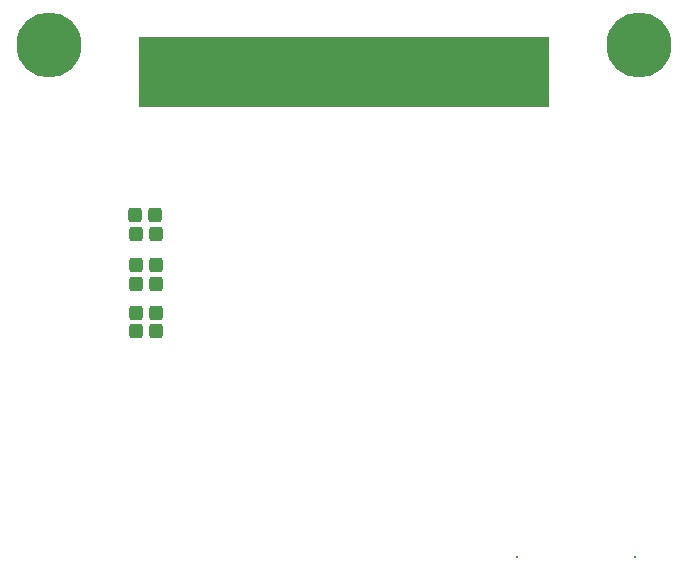
<source format=gbs>
G04*
G04 #@! TF.GenerationSoftware,Altium Limited,Altium Designer,23.3.1 (30)*
G04*
G04 Layer_Color=16711935*
%FSLAX45Y45*%
%MOMM*%
G71*
G04*
G04 #@! TF.SameCoordinates,3C985EEB-511E-42A5-9B31-B82869618DE1*
G04*
G04*
G04 #@! TF.FilePolarity,Negative*
G04*
G01*
G75*
%ADD34R,34.79998X5.97499*%
G04:AMPARAMS|DCode=36|XSize=1.2032mm|YSize=1.1032mm|CornerRadius=0.2141mm|HoleSize=0mm|Usage=FLASHONLY|Rotation=270.000|XOffset=0mm|YOffset=0mm|HoleType=Round|Shape=RoundedRectangle|*
%AMROUNDEDRECTD36*
21,1,1.20320,0.67500,0,0,270.0*
21,1,0.77500,1.10320,0,0,270.0*
1,1,0.42820,-0.33750,-0.38750*
1,1,0.42820,-0.33750,0.38750*
1,1,0.42820,0.33750,0.38750*
1,1,0.42820,0.33750,-0.38750*
%
%ADD36ROUNDEDRECTD36*%
%ADD47R,0.90320X4.40320*%
%ADD49R,0.90320X4.40319*%
%ADD51C,0.20320*%
%ADD52C,5.50320*%
%ADD53C,0.55880*%
D34*
X10802501Y9688991D02*
D03*
D36*
X9036857Y7647986D02*
D03*
X9206857D02*
D03*
X9038402Y8050193D02*
D03*
X9208401D02*
D03*
X9208394Y7493683D02*
D03*
X9038394D02*
D03*
X9208394Y7896570D02*
D03*
X9038394D02*
D03*
X9205873Y8320000D02*
D03*
X9035873D02*
D03*
X9035065Y8475489D02*
D03*
X9205065D02*
D03*
D47*
X9952498Y9612740D02*
D03*
X10152503D02*
D03*
X10452502D02*
D03*
X9152500D02*
D03*
X9452499D02*
D03*
X9752498D02*
D03*
X9652499D02*
D03*
X9252499D02*
D03*
X9552499D02*
D03*
X10252502D02*
D03*
X10052498D02*
D03*
X9352499D02*
D03*
X10352502D02*
D03*
X9852498D02*
D03*
X10652502D02*
D03*
X11652500D02*
D03*
X10752501D02*
D03*
X11052501D02*
D03*
X12352498D02*
D03*
X12152499D02*
D03*
X11452500D02*
D03*
X11752499D02*
D03*
X11152501D02*
D03*
X10852501D02*
D03*
X11952499D02*
D03*
X11852499D02*
D03*
X11552500D02*
D03*
X12252498D02*
D03*
X12052499D02*
D03*
X10952501D02*
D03*
X10552502D02*
D03*
D49*
X12452503D02*
D03*
D51*
X12267500Y5580380D02*
D03*
X13267500D02*
D03*
D52*
X8302500Y9912740D02*
D03*
X13302499D02*
D03*
D53*
X8450148Y9765091D02*
D03*
X8511306Y9912740D02*
D03*
X8450148Y10060388D02*
D03*
X8302500Y10121546D02*
D03*
X8154852Y10060388D02*
D03*
X8093694Y9912740D02*
D03*
X8154852Y9765091D02*
D03*
X8302500Y9703934D02*
D03*
X13450148Y9765091D02*
D03*
X13511307Y9912740D02*
D03*
X13450148Y10060388D02*
D03*
X13302499Y10121546D02*
D03*
X13154852Y10060388D02*
D03*
X13093694Y9912740D02*
D03*
X13154852Y9765091D02*
D03*
X13302499Y9703934D02*
D03*
M02*

</source>
